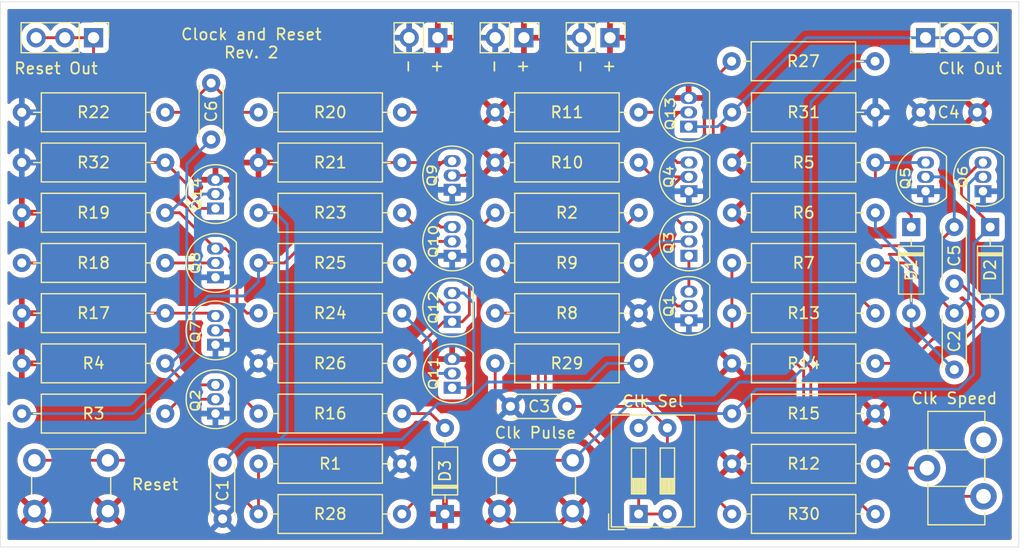
<source format=kicad_pcb>
(kicad_pcb (version 20221018) (generator pcbnew)
  (layers (0 "F.Cu" signal) (31 "B.Cu" signal) (34 "B.Paste" user) (35 "F.Paste" user) (36 "B.SilkS" user "B.Silkscreen") (37 "F.SilkS" user "F.Silkscreen") (38 "B.Mask" user) (39 "F.Mask" user) (44 "Edge.Cuts" user))
  (net 0 "")
  (net 1 "Net-(Q6-B)")
  (net 2 "Net-(D1-A)")
  (net 3 "VCC")
  (net 4 "Net-(C3-Pad2)")
  (net 5 "GND")
  (net 6 "Net-(D2-A)")
  (net 7 "Net-(Q5-B)")
  (net 8 "Net-(Q8-C)")
  (net 9 "Net-(D1-K)")
  (net 10 "Net-(R9-Pad2)")
  (net 11 "/Reset Pulse Generator/RST_REQ")
  (net 12 "Net-(D3-A)")
  (net 13 "Net-(J4-Pin_1)")
  (net 14 "Net-(C6-Pad2)")
  (net 15 "Net-(J5-Pin_1)")
  (net 16 "/Astable Multivibrator/Clk")
  (net 17 "Net-(Q1-B)")
  (net 18 "Net-(Q1-C)")
  (net 19 "Net-(Q2-B)")
  (net 20 "Net-(Q14-B)")
  (net 21 "Net-(Q3-B)")
  (net 22 "Net-(Q3-C)")
  (net 23 "Net-(Q13-B)")
  (net 24 "Net-(Q7-B)")
  (net 25 "Net-(Q7-C)")
  (net 26 "/Reset Pulse Generator/~{RST}")
  (net 27 "Net-(Q8-B)")
  (net 28 "Net-(Q9-B)")
  (net 29 "Net-(Q10-B)")
  (net 30 "/Reset Pulse Generator/CLK_EN")
  (net 31 "Net-(Q11-E)")
  (net 32 "Net-(R13-Pad1)")
  (net 33 "Net-(R12-Pad2)")
  (net 34 "Net-(Q11-B)")
  (net 35 "Net-(Q12-B)")
  (net 36 "Net-(SW3-A)")
  (net 37 "Net-(SW2-A)")
  (net 38 "Net-(R27-Pad1)")
  (net 39 "Net-(R28-Pad1)")
  (footprint "Connector_PinHeader_2.54mm:PinHeader_1x02_P2.54mm_Vertical" (layer "F.Cu") (at 86.36 83.82 -90)
    (fp_text reference "J1" hide)
    (fp_text value "Power")
  )
  (footprint "Package_TO_SOT_THT:TO-92_Inline" (layer "F.Cu") (at 93.345 103.124 90)
    (fp_text reference "Q3")
    (fp_text value "2N2222")
  )
  (footprint "Package_TO_SOT_THT:TO-92_Inline" (layer "F.Cu") (at 93.345 97.409 90)
    (fp_text reference "Q4")
    (fp_text value "2N2222")
  )
  (footprint "Resistor_THT:R_Axial_DIN0309_L9.0mm_D3.2mm_P12.70mm_Horizontal" (layer "F.Cu") (at 76.2 94.869)
    (fp_text reference "R10")
    (fp_text value "1K")
  )
  (footprint "Resistor_THT:R_Axial_DIN0309_L9.0mm_D3.2mm_P12.70mm_Horizontal" (layer "F.Cu") (at 76.2 90.424)
    (fp_text reference "R11")
    (fp_text value "1K")
  )
  (footprint "Resistor_THT:R_Axial_DIN0309_L9.0mm_D3.2mm_P12.70mm_Horizontal" (layer "F.Cu") (at 88.9 108.204 180)
    (fp_text reference "R8")
    (fp_text value "1K")
  )
  (footprint "Connector_PinHeader_2.54mm:PinHeader_1x02_P2.54mm_Vertical" (layer "F.Cu") (at 78.74 83.82 -90)
    (fp_text reference "J2" hide)
    (fp_text value "Power")
  )
  (footprint "Capacitor_THT:C_Disc_D4.3mm_W1.9mm_P5.00mm" (layer "F.Cu") (at 118.872 90.424 180)
    (fp_text reference "C4")
    (fp_text value "0.1uF")
  )
  (footprint "Capacitor_THT:C_Disc_D4.3mm_W1.9mm_P5.00mm" (layer "F.Cu") (at 77.55 116.459)
    (fp_text reference "C3")
    (fp_text value "0.1uF")
  )
  (footprint "Capacitor_THT:C_Disc_D4.3mm_W1.9mm_P5.00mm" (layer "F.Cu") (at 116.84 108.204 -90)
    (fp_text reference "C2")
    (fp_text value "47nF")
  )
  (footprint "Capacitor_THT:C_Disc_D4.3mm_W1.9mm_P5.00mm" (layer "F.Cu") (at 116.84 105.584 90)
    (fp_text reference "C5")
    (fp_text value "47nF")
  )
  (footprint "Capacitor_THT:C_Disc_D4.3mm_W1.9mm_P5.00mm" (layer "F.Cu") (at 51.054 92.837 90)
    (fp_text reference "C6")
    (fp_text value "10uF")
  )
  (footprint "Diode_THT:D_DO-35_SOD27_P7.62mm_Horizontal" (layer "F.Cu") (at 113.03 100.584 -90)
    (fp_text reference "D1")
    (fp_text value "1N4148")
  )
  (footprint "Diode_THT:D_DO-35_SOD27_P7.62mm_Horizontal" (layer "F.Cu") (at 120.015 100.584 -90)
    (fp_text reference "D2")
    (fp_text value "1N4148")
  )
  (footprint "Package_TO_SOT_THT:TO-92_Inline" (layer "F.Cu") (at 93.345 108.839 90)
    (fp_text reference "Q1")
    (fp_text value "2N2222")
  )
  (footprint "Package_TO_SOT_THT:TO-92_Inline" (layer "F.Cu") (at 114.3 97.409 90)
    (fp_text reference "Q5")
    (fp_text value "2N3904")
  )
  (footprint "Package_TO_SOT_THT:TO-92_Inline" (layer "F.Cu") (at 119.38 97.409 90)
    (fp_text reference "Q6")
    (fp_text value "2N3904")
  )
  (footprint "Package_TO_SOT_THT:TO-92_Inline" (layer "F.Cu") (at 51.435 110.998 90)
    (fp_text reference "Q7")
    (fp_text value "2N2222")
  )
  (footprint "Package_TO_SOT_THT:TO-92_Inline" (layer "F.Cu") (at 51.435 105.029 90)
    (fp_text reference "Q8")
    (fp_text value "2N2222")
  )
  (footprint "Package_TO_SOT_THT:TO-92_Inline" (layer "F.Cu") (at 72.39 97.282 90)
    (fp_text reference "Q9")
    (fp_text value "2N2222")
  )
  (footprint "Package_TO_SOT_THT:TO-92_Inline" (layer "F.Cu") (at 72.39 103.124 90)
    (fp_text reference "Q10")
    (fp_text value "2N2222")
  )
  (footprint "Package_TO_SOT_THT:TO-92_Inline" (layer "F.Cu") (at 72.39 108.966 90)
    (fp_text reference "Q12")
    (fp_text value "2N2222")
  )
  (footprint "Resistor_THT:R_Axial_DIN0309_L9.0mm_D3.2mm_P12.70mm_Horizontal" (layer "F.Cu") (at 67.945 121.539 180)
    (fp_text reference "R1")
    (fp_text value "1K")
  )
  (footprint "Resistor_THT:R_Axial_DIN0309_L9.0mm_D3.2mm_P12.70mm_Horizontal" (layer "F.Cu") (at 88.9 99.314 180)
    (fp_text reference "R2")
    (fp_text value "10K")
  )
  (footprint "Resistor_THT:R_Axial_DIN0309_L9.0mm_D3.2mm_P12.70mm_Horizontal" (layer "F.Cu") (at 46.99 117.094 180)
    (fp_text reference "R3")
    (fp_text value "10K")
  )
  (footprint "Resistor_THT:R_Axial_DIN0309_L9.0mm_D3.2mm_P12.70mm_Horizontal" (layer "F.Cu") (at 97.155 94.869)
    (fp_text reference "R5")
    (fp_text value "1K")
  )
  (footprint "Resistor_THT:R_Axial_DIN0309_L9.0mm_D3.2mm_P12.70mm_Horizontal" (layer "F.Cu") (at 97.155 99.314)
    (fp_text reference "R6")
    (fp_text value "1K")
  )
  (footprint "Resistor_THT:R_Axial_DIN0309_L9.0mm_D3.2mm_P12.70mm_Horizontal" (layer "F.Cu") (at 97.155 121.539)
    (fp_text reference "R12")
    (fp_text value "100")
  )
  (footprint "Resistor_THT:R_Axial_DIN0309_L9.0mm_D3.2mm_P12.70mm_Horizontal" (layer "F.Cu") (at 97.155 108.204)
    (fp_text reference "R13")
    (fp_text value "1.8K")
  )
  (footprint "Resistor_THT:R_Axial_DIN0309_L9.0mm_D3.2mm_P12.70mm_Horizontal" (layer "F.Cu") (at 97.155 112.649)
    (fp_text reference "R14")
    (fp_text value "1K")
  )
  (footprint "Resistor_THT:R_Axial_DIN0309_L9.0mm_D3.2mm_P12.70mm_Horizontal" (layer "F.Cu") (at 109.855 117.094 180)
    (fp_text reference "R15")
    (fp_text value "1K")
  )
  (footprint "Resistor_THT:R_Axial_DIN0309_L9.0mm_D3.2mm_P12.70mm_Horizontal" (layer "F.Cu") (at 67.945 117.094 180)
    (fp_text reference "R16")
    (fp_text value "10K")
  )
  (footprint "Resistor_THT:R_Axial_DIN0309_L9.0mm_D3.2mm_P12.70mm_Horizontal" (layer "F.Cu") (at 46.99 108.204 180)
    (fp_text reference "R17")
    (fp_text value "1K")
  )
  (footprint "Resistor_THT:R_Axial_DIN0309_L9.0mm_D3.2mm_P12.70mm_Horizontal" (layer "F.Cu") (at 34.29 103.759)
    (fp_text reference "R18")
    (fp_text value "10K")
  )
  (footprint "Resistor_THT:R_Axial_DIN0309_L9.0mm_D3.2mm_P12.70mm_Horizontal" (layer "F.Cu") (at 46.99 99.314 180)
    (fp_text reference "R19")
    (fp_text value "1K")
  )
  (footprint "Resistor_THT:R_Axial_DIN0309_L9.0mm_D3.2mm_P12.70mm_Horizontal" (layer "F.Cu") (at 67.945 94.869 180)
    (fp_text reference "R21")
    (fp_text value "1K")
  )
  (footprint "Resistor_THT:R_Axial_DIN0309_L9.0mm_D3.2mm_P12.70mm_Horizontal" (layer "F.Cu") (at 46.99 90.424 180)
    (fp_text reference "R22")
    (fp_text value "10K")
  )
  (footprint "Resistor_THT:R_Axial_DIN0309_L9.0mm_D3.2mm_P12.70mm_Horizontal" (layer "F.Cu") (at 67.945 99.314 180)
    (fp_text reference "R23")
    (fp_text value "10K")
  )
  (footprint "Resistor_THT:R_Axial_DIN0309_L9.0mm_D3.2mm_P12.70mm_Horizontal" (layer "F.Cu") (at 55.245 108.204)
    (fp_text reference "R24")
    (fp_text value "10K")
  )
  (footprint "Resistor_THT:R_Axial_DIN0309_L9.0mm_D3.2mm_P12.70mm_Horizontal" (layer "F.Cu") (at 67.945 103.759 180)
    (fp_text reference "R25")
    (fp_text value "10K")
  )
  (footprint "Resistor_THT:R_Axial_DIN0309_L9.0mm_D3.2mm_P12.70mm_Horizontal" (layer "F.Cu") (at 55.245 112.649)
    (fp_text reference "R26")
    (fp_text value "1K")
  )
  (footprint "Capacitor_THT:C_Disc_D4.3mm_W1.9mm_P5.00mm" (layer "F.Cu") (at 52.07 121.412 -90)
    (fp_text reference "C1")
    (fp_text value "0.1uF")
  )
  (footprint "Resistor_THT:R_Axial_DIN0309_L9.0mm_D3.2mm_P12.70mm_Horizontal" (layer "F.Cu") (at 88.9 103.759 180)
    (fp_text reference "R9")
    (fp_text value "1K")
  )
  (footprint "Resistor_THT:R_Axial_DIN0309_L9.0mm_D3.2mm_P12.70mm_Horizontal" (layer "F.Cu") (at 46.99 112.649 180)
    (fp_text reference "R4")
    (fp_text value "1K")
  )
  (footprint "Diode_THT:D_DO-35_SOD27_P7.62mm_Horizontal" (layer "F.Cu") (at 71.755 125.984 90)
    (fp_text reference "D3")
    (fp_text value "4.7V")
  )
  (footprint "Resistor_THT:R_Axial_DIN0309_L9.0mm_D3.2mm_P12.70mm_Horizontal" (layer "F.Cu") (at 55.245 90.424)
    (fp_text reference "R20")
    (fp_text value "10K")
  )
  (footprint "Package_TO_SOT_THT:TO-92_Inline" (layer "F.Cu") (at 51.435 117.094 90)
    (fp_text reference "Q2")
    (fp_text value "2N2222")
  )
  (footprint "Package_TO_SOT_THT:TO-92_Inline" (layer "F.Cu") (at 72.39 114.808 90)
    (fp_text reference "Q11")
    (fp_text value "2N2222")
  )
  (footprint "Resistor_THT:R_Axial_DIN0309_L9.0mm_D3.2mm_P12.70mm_Horizontal" (layer "F.Cu") (at 97.155 103.759)
    (fp_text reference "R7")
    (fp_text value "1.8K")
  )
  (footprint "Connector_PinHeader_2.54mm:PinHeader_1x02_P2.54mm_Vertical" (layer "F.Cu") (at 71.12 83.82 -90)
    (fp_text reference "J3" hide)
    (fp_text value "Power")
  )
  (footprint "Resistor_THT:R_Axial_DIN0309_L9.0mm_D3.2mm_P12.70mm_Horizontal" (layer "F.Cu") (at 67.945 125.984 180)
    (fp_text reference "R28")
    (fp_text value "10K")
  )
  (footprint "Resistor_THT:R_Axial_DIN0309_L9.0mm_D3.2mm_P12.70mm_Horizontal" (layer "F.Cu") (at 97.155 90.424)
    (fp_text reference "R31")
    (fp_text value "1K")
  )
  (footprint "Package_TO_SOT_THT:TO-92_Inline" (layer "F.Cu") (at 93.324 91.694 90)
    (fp_text reference "Q13")
    (fp_text value "2N2222")
  )
  (footprint "Resistor_THT:R_Axial_DIN0309_L9.0mm_D3.2mm_P12.70mm_Horizontal" (layer "F.Cu") (at 97.1296 85.9028)
    (fp_text reference "R27")
    (fp_text value "10K")
  )
  (footprint "Resistor_THT:R_Axial_DIN0309_L9.0mm_D3.2mm_P12.70mm_Horizontal" (layer "F.Cu") (at 97.155 125.984)
    (fp_text reference "R30")
    (fp_text value "10K")
  )
  (footprint "Button_Switch_THT:SW_DIP_SPSTx02_Slide_9.78x7.26mm_W7.62mm_P2.54mm" (layer "F.Cu") (at 88.9 125.984 90)
    (fp_text reference "SW1" hide)
    (fp_text value "Clock Sel")
  )
  (footprint "Resistor_THT:R_Axial_DIN0309_L9.0mm_D3.2mm_P12.70mm_Horizontal" (layer "F.Cu") (at 46.99 94.869 180)
    (fp_text reference "R32")
    (fp_text value "1K")
  )
  (footprint "Connector_PinHeader_2.54mm:PinHeader_1x03_P2.54mm_Vertical" (layer "F.Cu") (at 40.64 83.82 -90)
    (fp_text reference "J5" hide)
    (fp_text value "RST OUT")
  )
  (footprint "Connector_PinHeader_2.54mm:PinHeader_1x03_P2.54mm_Vertical" (layer "F.Cu") (at 114.3 83.82 90)
    (fp_text reference "J4" hide)
    (fp_text value "CLK OUT")
  )
  (footprint "Button_Switch_THT:SW_PUSH_6mm_H5mm" (layer "F.Cu") (at 35.41 121.23)
    (fp_text reference "SW3" hide)
    (fp_text value "Reset")
  )
  (footprint "Resistor_THT:R_Axial_DIN0309_L9.0mm_D3.2mm_P12.70mm_Horizontal" (layer "F.Cu") (at 88.9 112.649 180)
    (fp_text reference "R29")
    (fp_text value "10K")
  )
  (footprint "Package_TO_SOT_THT:TO-92_Inline" (layer "F.Cu") (at 51.435 98.933 90)
    (fp_text reference "Q14")
    (fp_text value "2N2222")
  )
  (footprint "Button_Switch_THT:SW_PUSH_6mm_H5mm" (layer "F.Cu") (at 76.558 121.23)
    (fp_text reference "SW2" hide)
    (fp_text value "Pulse")
  )
  (footprint "Potentiometer_THT:Potentiometer_ACP_CA9-H5_Horizontal" (layer "F.Cu") (at 119.427 124.42 180)
    (fp_text reference "RV1" hide)
    (fp_text value "20K")
  )
  (gr_line (start 32.385 128.905) (end 122.555 128.905) (stroke (width 0.05)) (layer "Edge.Cuts"))
  (gr_line (start 122.555 128.905) (end 122.555 80.645) (stroke (width 0.05)) (layer "Edge.Cuts"))
  (gr_line (start 32.385 80.645) (end 32.385 128.905) (stroke (width 0.05)) (layer "Edge.Cuts"))
  (gr_line (start 122.555 80.645) (end 32.385 80.645) (stroke (width 0.05)) (layer "Edge.Cuts"))
  (gr_text "+" (at 78.74 86.36 270) (layer "F.SilkS") (effects (font (size 1 1))))
  (gr_text "+" (at 71.12 86.36 270) (layer "F.SilkS") (effects (font (size 1 1))))
  (gr_text "-" (at 76.2 86.36 270) (layer "F.SilkS") (effects (font (size 1 1))))
  (gr_text "-" (at 83.82 86.36 270) (layer "F.SilkS") (effects (font (size 1 1))))
  (gr_text "Reset" (at 43.942 123.952) (layer "F.SilkS") (effects (font (size 1 1)) (justify left bottom)))
  (gr_text "Clk Speed" (at 116.84 116.332) (layer "F.SilkS") (effects (font (size 1 1)) (justify bottom)))
  (gr_text "Clock and Reset\nRev. 2" (at 54.61 84.328) (layer "F.SilkS") (effects (font (size 1 1))))
  (gr_text "-" (at 68.58 86.36 270) (layer "F.SilkS") (effects (font (size 1 1))))
  (gr_text "Reset Out" (at 33.528 87.122) (layer "F.SilkS") (effects (font (size 1 1)) (justify left bottom)))
  (gr_text "+" (at 86.36 86.36 270) (layer "F.SilkS") (effects (font (size 1 1))))
  (gr_text "Clk Sel" (at 90.17 116.586) (layer "F.SilkS") (effects (font (size 1 1)) (justify bottom)))
  (gr_text "Clk Out" (at 121.158 87.122) (layer "F.SilkS") (effects (font (size 1 1)) (justify right bottom)))
  (gr_text "Clk Pulse" (at 79.756 119.38) (layer "F.SilkS") (effects (font (size 1 1)) (justify bottom)))
  (segment (start 109.855 103.759) (end 112.395 103.759) (width 0.25) (layer "F.Cu") (net 1))
  (segment (start 112.395 103.759) (end 116.84 108.204) (width 0.25) (layer "F.Cu") (net 1))
  (segment (start 118.11 106.934) (end 116.84 108.204) (width 0.25) (layer "B.Cu") (net 1))
  (segment (start 118.11 96.774) (end 118.11 106.934) (width 0.25) (layer "B.Cu") (net 1))
  (segment (start 118.745 96.139) (end 118.11 96.774) (width 0.25) (layer "B.Cu") (net 1))
  (segment (start 119.38 96.139) (end 118.745 96.139) (width 0.25) (layer "B.Cu") (net 1))
  (segment (start 113.03 108.204) (end 113.03 103.995) (width 0.25) (layer "B.Cu") (net 2))
  (segment (start 113.03 108.204) (end 113.03 109.394) (width 0.25) (layer "B.Cu") (net 2))
  (segment (start 113.03 109.394) (end 116.84 113.204) (width 0.25) (layer "B.Cu") (net 2))
  (segment (start 109.855 100.82) (end 109.855 99.314) (width 0.25) (layer "B.Cu") (net 2))
  (segment (start 113.03 103.995) (end 109.855 100.82) (width 0.25) (layer "B.Cu") (net 2))
  (segment (start 82.55 116.459) (end 89.535 116.459) (width 0.25) (layer "F.Cu") (net 4))
  (segment (start 91.44 120.269) (end 97.155 125.984) (width 0.25) (layer "F.Cu") (net 4))
  (segment (start 91.44 118.364) (end 91.44 120.269) (width 0.25) (layer "F.Cu") (net 4))
  (segment (start 89.535 116.459) (end 91.44 118.364) (width 0.25) (layer "F.Cu") (net 4))
  (segment (start 117.395 105.584) (end 116.84 105.584) (width 0.25) (layer "F.Cu") (net 6))
  (segment (start 120.015 108.204) (end 117.395 105.584) (width 0.25) (layer "F.Cu") (net 6))
  (segment (start 112.776 112.649) (end 114.935 110.49) (width 0.25) (layer "F.Cu") (net 6))
  (segment (start 109.855 112.649) (end 112.776 112.649) (width 0.25) (layer "F.Cu") (net 6))
  (segment (start 114.935 110.49) (end 117.729 110.49) (width 0.25) (layer "F.Cu") (net 6))
  (segment (start 117.729 110.49) (end 120.015 108.204) (width 0.25) (layer "F.Cu") (net 6))
  (segment (start 107.95 102.87) (end 107.95 106.299) (width 0.25) (layer "F.Cu") (net 7))
  (segment (start 107.95 106.299) (end 109.855 108.204) (width 0.25) (layer "F.Cu") (net 7))
  (segment (start 108.585 102.235) (end 107.95 102.87) (width 0.25) (layer "F.Cu") (net 7))
  (segment (start 116.84 100.584) (end 115.189 102.235) (width 0.25) (layer "F.Cu") (net 7))
  (segment (start 115.189 102.235) (end 108.585 102.235) (width 0.25) (layer "F.Cu") (net 7))
  (segment (start 116.84 97.155) (end 116.84 100.584) (width 0.25) (layer "B.Cu") (net 7))
  (segment (start 114.3 96.139) (end 115.824 96.139) (width 0.25) (layer "B.Cu") (net 7))
  (segment (start 115.824 96.139) (end 116.84 97.155) (width 0.25) (layer "B.Cu") (net 7))
  (segment (start 53.34 103.505) (end 53.34 107.315) (width 0.25) (layer "F.Cu") (net 8))
  (segment (start 53.34 107.315) (end 54.229 108.204) (width 0.25) (layer "F.Cu") (net 8))
  (segment (start 54.229 108.204) (end 55.245 108.204) (width 0.25) (layer "F.Cu") (net 8))
  (segment (start 46.99 99.314) (end 48.26 99.314) (width 0.25) (layer "F.Cu") (net 8))
  (segment (start 52.324 102.489) (end 53.34 103.505) (width 0.25) (layer "F.Cu") (net 8))
  (segment (start 51.435 102.489) (end 52.324 102.489) (width 0.25) (layer "F.Cu") (net 8))
  (segment (start 48.26 99.314) (end 51.435 102.489) (width 0.25) (layer "F.Cu") (net 8))
  (segment (start 47.371 99.314) (end 48.895 97.79) (width 0.25) (layer "B.Cu") (net 8))
  (segment (start 48.895 94.996) (end 51.054 92.837) (width 0.25) (layer "B.Cu") (net 8))
  (segment (start 46.99 99.314) (end 47.371 99.314) (width 0.25) (layer "B.Cu") (net 8))
  (segment (start 48.895 97.79) (end 48.895 94.996) (width 0.25) (layer "B.Cu") (net 8))
  (segment (start 113.03 99.568) (end 113.03 100.584) (width 0.25) (layer "F.Cu") (net 9))
  (segment (start 109.855 94.869) (end 109.855 96.393) (width 0.25) (layer "F.Cu") (net 9))
  (segment (start 109.855 96.393) (end 113.03 99.568) (width 0.25) (layer "F.Cu") (net 9))
  (segment (start 109.855 94.869) (end 114.3 94.869) (width 0.25) (layer "B.Cu") (net 9))
  (segment (start 91.44 125.984) (end 88.9 125.984) (width 0.25) (layer "F.Cu") (net 10))
  (segment (start 80.645 108.204) (end 80.645 117.475) (width 0.25) (layer "F.Cu") (net 10))
  (segment (start 81.915 118.745) (end 84.455 118.745) (width 0.25) (layer "F.Cu") (net 10))
  (segment (start 80.645 117.475) (end 81.915 118.745) (width 0.25) (layer "F.Cu") (net 10))
  (segment (start 88.9 123.19) (end 88.9 125.984) (width 0.25) (layer "F.Cu") (net 10))
  (segment (start 76.2 103.759) (end 80.645 108.204) (width 0.25) (layer "F.Cu") (net 10))
  (segment (start 84.455 118.745) (end 88.9 123.19) (width 0.25) (layer "F.Cu") (net 10))
  (segment (start 75.565 114.3) (end 84.455 114.3) (width 0.25) (layer "B.Cu") (net 11))
  (segment (start 86.106 112.649) (end 88.9 112.649) (width 0.25) (layer "B.Cu") (net 11))
  (segment (start 71.12 116.205) (end 73.66 116.205) (width 0.25) (layer "B.Cu") (net 11))
  (segment (start 56.769 99.314) (end 55.245 99.314) (width 0.25) (layer "B.Cu") (net 11))
  (segment (start 52.07 121.412) (end 54.102 119.38) (width 0.25) (layer "B.Cu") (net 11))
  (segment (start 57.785 118.745) (end 57.785 100.33) (width 0.25) (layer "B.Cu") (net 11))
  (segment (start 57.15 119.38) (end 57.785 118.745) (width 0.25) (layer "B.Cu") (net 11))
  (segment (start 67.945 119.38) (end 71.12 116.205) (width 0.25) (layer "B.Cu") (net 11))
  (segment (start 84.455 114.3) (end 86.106 112.649) (width 0.25) (layer "B.Cu") (net 11))
  (segment (start 57.15 119.38) (end 67.945 119.38) (width 0.25) (layer "B.Cu") (net 11))
  (segment (start 57.785 100.33) (end 56.769 99.314) (width 0.25) (layer "B.Cu") (net 11))
  (segment (start 54.102 119.38) (end 57.15 119.38) (width 0.25) (layer "B.Cu") (net 11))
  (segment (start 73.66 116.205) (end 75.565 114.3) (width 0.25) (layer "B.Cu") (net 11))
  (segment (start 70.485 117.094) (end 71.755 118.364) (width 0.25) (layer "F.Cu") (net 12))
  (segment (start 67.945 117.094) (end 70.485 117.094) (width 0.25) (layer "F.Cu") (net 12))
  (segment (start 116.84 83.82) (end 119.38 83.82) (width 0.25) (layer "B.Cu") (net 13))
  (segment (start 97.155 90.424) (end 95.885 91.694) (width 0.25) (layer "B.Cu") (net 13))
  (segment (start 97.155 90.424) (end 103.759 83.82) (width 0.25) (layer "B.Cu") (net 13))
  (segment (start 114.3 83.82) (end 116.84 83.82) (width 0.25) (layer "B.Cu") (net 13))
  (segment (start 95.885 91.694) (end 93.324 91.694) (width 0.25) (layer "B.Cu") (net 13))
  (segment (start 103.759 83.82) (end 114.3 83.82) (width 0.25) (layer "B.Cu") (net 13))
  (segment (start 48.467 90.424) (end 51.054 87.837) (width 0.25) (layer "F.Cu") (net 14))
  (segment (start 53.641 90.424) (end 51.054 87.837) (width 0.25) (layer "F.Cu") (net 14))
  (segment (start 46.99 90.424) (end 48.467 90.424) (width 0.25) (layer "F.Cu") (net 14))
  (segment (start 55.245 90.424) (end 53.641 90.424) (width 0.25) (layer "F.Cu") (net 14))
  (segment (start 40.64 90.805) (end 40.64 83.82) (width 0.25) (layer "F.Cu") (net 15))
  (segment (start 48.895 97.79) (end 50.038 98.933) (width 0.25) (layer "F.Cu") (net 15))
  (segment (start 46.99 94.869) (end 48.895 96.774) (width 0.25) (layer "F.Cu") (net 15))
  (segment (start 38.1 83.82) (end 35.56 83.82) (width 0.25) (layer "F.Cu") (net 15))
  (segment (start 44.704 94.869) (end 40.64 90.805) (width 0.25) (layer "F.Cu") (net 15))
  (segment (start 50.038 98.933) (end 51.435 98.933) (width 0.25) (layer "F.Cu") (net 15))
  (segment (start 40.64 83.82) (end 38.1 83.82) (width 0.25) (layer "F.Cu") (net 15))
  (segment (start 48.895 96.774) (end 48.895 97.79) (width 0.25) (layer "F.Cu") (net 15))
  (segment (start 46.99 94.869) (end 44.704 94.869) (width 0.25) (layer "F.Cu") (net 15))
  (segment (start 120.015 100.584) (end 120.015 100.33) (width 0.25) (layer "F.Cu") (net 16))
  (segment (start 117.475 96.549) (end 119.155 94.869) (width 0.25) (layer "F.Cu") (net 16))
  (segment (start 119.155 94.869) (end 119.38 94.869) (width 0.25) (layer "F.Cu") (net 16))
  (segment (start 120.015 100.33) (end 117.475 97.79) (width 0.25) (layer "F.Cu") (net 16))
  (segment (start 117.475 97.79) (end 117.475 96.549) (width 0.25) (layer "F.Cu") (net 16))
  (segment (start 118.56 113.596) (end 117.221 114.935) (width 0.25) (layer "B.Cu") (net 16))
  (segment (start 117.221 114.935) (end 99.314 114.935) (width 0.25) (layer "B.Cu") (net 16))
  (segment (start 118.56 102.039) (end 118.56 113.596) (width 0.25) (layer "B.Cu") (net 16))
  (segment (start 120.015 100.584) (end 118.56 102.039) (width 0.25) (layer "B.Cu") (net 16))
  (segment (start 99.314 114.935) (end 97.155 117.094) (width 0.25) (layer "B.Cu") (net 16))
  (segment (start 90.17 117.094) (end 97.155 117.094) (width 0.25) (layer "B.Cu") (net 16))
  (segment (start 88.9 118.364) (end 90.17 117.094) (width 0.25) (layer "B.Cu") (net 16))
  (segment (start 88.9 99.314) (end 86.995 101.219) (width 0.25) (layer "F.Cu") (net 17))
  (segment (start 92.329 107.569) (end 93.345 107.569) (width 0.25) (layer "F.Cu") (net 17))
  (segment (start 90.805 106.045) (end 92.329 107.569) (width 0.25) (layer "F.Cu") (net 17))
  (segment (start 86.995 105.41) (end 87.63 106.045) (width 0.25) (layer "F.Cu") (net 17))
  (segment (start 86.995 101.219) (end 86.995 105.41) (width 0.25) (layer "F.Cu") (net 17))
  (segment (start 87.63 106.045) (end 90.805 106.045) (width 0.25) (layer "F.Cu") (net 17))
  (segment (start 93.345 103.124) (end 93.345 106.299) (width 0.25) (layer "F.Cu") (net 18))
  (segment (start 46.99 117.094) (end 48.26 115.824) (width 0.25) (layer "F.Cu") (net 19))
  (segment (start 48.26 115.824) (end 51.435 115.824) (width 0.25) (layer "F.Cu") (net 19))
  (segment (start 48.895 114.554) (end 51.435 114.554) (width 0.25) (layer "F.Cu") (net 20))
  (segment (start 46.99 112.649) (end 48.895 114.554) (width 0.25) (layer "F.Cu") (net 20))
  (segment (start 47.498 112.649) (end 48.895 111.252) (width 0.25) (layer "B.Cu") (net 20))
  (segment (start 48.895 111.252) (end 48.895 99.06) (width 0.25) (layer "B.Cu") (net 20))
  (segment (start 50.292 97.663) (end 51.435 97.663) (width 0.25) (layer "B.Cu") (net 20))
  (segment (start 46.99 112.649) (end 47.498 112.649) (width 0.25) (layer "B.Cu") (net 20))
  (segment (start 48.895 99.06) (end 50.292 97.663) (width 0.25) (layer "B.Cu") (net 20))
  (segment (start 88.9 103.759) (end 90.805 101.854) (width 0.25) (layer "B.Cu") (net 21))
  (segment (start 90.805 101.854) (end 93.345 101.854) (width 0.25) (layer "B.Cu") (net 21))
  (segment (start 93.345 100.584) (end 92.964 100.584) (width 0.25) (layer "F.Cu") (net 22))
  (segment (start 91.44 99.06) (end 91.44 97.389) (width 0.25) (layer "F.Cu") (net 22))
  (segment (start 92.69 96.139) (end 93.345 96.139) (width 0.25) (layer "F.Cu") (net 22))
  (segment (start 91.44 97.389) (end 92.69 96.139) (width 0.25) (layer "F.Cu") (net 22))
  (segment (start 88.9 94.869) (end 90.17 96.139) (width 0.25) (layer "F.Cu") (net 22))
  (segment (start 90.17 96.139) (end 93.345 96.139) (width 0.25) (layer "F.Cu") (net 22))
  (segment (start 92.964 100.584) (end 91.44 99.06) (width 0.25) (layer "F.Cu") (net 22))
  (segment (start 91.44 93.98) (end 92.329 94.869) (width 0.25) (layer "F.Cu") (net 23))
  (segment (start 93.324 90.424) (end 92.456 90.424) (width 0.25) (layer "F.Cu") (net 23))
  (segment (start 92.456 90.424) (end 91.44 91.44) (width 0.25) (layer "F.Cu") (net 23))
  (segment (start 91.44 91.44) (end 91.44 93.98) (width 0.25) (layer "F.Cu") (net 23))
  (segment (start 88.9 90.424) (end 93.324 90.424) (width 0.25) (layer "F.Cu") (net 23))
  (segment (start 92.329 94.869) (end 93.345 94.869) (width 0.25) (layer "F.Cu") (net 23))
  (segment (start 53.34 115.189) (end 55.245 117.094) (width 0.25) (layer "F.Cu") (net 24))
  (segment (start 51.435 109.728) (end 52.578 109.728) (width 0.25) (layer "F.Cu") (net 24))
  (segment (start 52.578 109.728) (end 53.34 110.49) (width 0.25) (layer "F.Cu") (net 24))
  (segment (start 53.34 110.49) (end 53.34 115.189) (width 0.25) (layer "F.Cu") (net 24))
  (segment (start 51.181 108.204) (end 51.435 108.458) (width 0.25) (layer "F.Cu") (net 25))
  (segment (start 37.719 103.759) (end 42.164 108.204) (width 0.25) (layer "F.Cu") (net 25))
  (segment (start 46.99 108.204) (end 51.181 108.204) (width 0.25) (layer "F.Cu") (net 25))
  (segment (start 34.29 103.759) (end 37.719 103.759) (width 0.25) (layer "F.Cu") (net 25))
  (segment (start 42.164 108.204) (end 46.99 108.204) (width 0.25) (layer "F.Cu") (net 25))
  (segment (start 72.263 94.869) (end 72.39 94.742) (width 0.25) (layer "F.Cu") (net 26))
  (segment (start 70.485 95.885) (end 70.485 99.695) (width 0.25) (layer "F.Cu") (net 26))
  (segment (start 67.945 94.869) (end 66.421 94.869) (width 0.25) (layer "F.Cu") (net 26))
  (segment (start 57.531 103.759) (end 55.245 103.759) (width 0.25) (layer "F.Cu") (net 26))
  (segment (start 71.374 100.584) (end 72.39 100.584) (width 0.25) (layer "F.Cu") (net 26))
  (segment (start 72.39 94.742) (end 71.628 94.742) (width 0.25) (layer "F.Cu") (net 26))
  (segment (start 66.421 94.869) (end 57.531 103.759) (width 0.25) (layer "F.Cu") (net 26))
  (segment (start 67.945 94.869) (end 72.263 94.869) (width 0.25) (layer "F.Cu") (net 26))
  (segment (start 70.485 99.695) (end 71.374 100.584) (width 0.25) (layer "F.Cu") (net 26))
  (segment (start 71.628 94.742) (end 70.485 95.885) (width 0.25) (layer "F.Cu") (net 26))
  (segment (start 34.29 117.094) (end 44.135991 117.094) (width 0.25) (layer "B.Cu") (net 26))
  (segment (start 53.975 106.68) (end 55.245 105.41) (width 0.25) (layer "B.Cu") (net 26))
  (segment (start 55.245 105.41) (end 55.245 103.759) (width 0.25) (layer "B.Cu") (net 26))
  (segment (start 44.135991 117.094) (end 49.53 111.699991) (width 0.25) (layer "B.Cu") (net 26))
  (segment (start 50.8 106.68) (end 53.975 106.68) (width 0.25) (layer "B.Cu") (net 26))
  (segment (start 49.53 111.699991) (end 49.53 107.95) (width 0.25) (layer "B.Cu") (net 26))
  (segment (start 49.53 107.95) (end 50.8 106.68) (width 0.25) (layer "B.Cu") (net 26))
  (segment (start 46.99 103.759) (end 51.435 103.759) (width 0.25) (layer "F.Cu") (net 27))
  (segment (start 73.533 96.012) (end 74.295 95.25) (width 0.25) (layer "F.Cu") (net 28))
  (segment (start 74.295 91.44) (end 73.279 90.424) (width 0.25) (layer "F.Cu") (net 28))
  (segment (start 72.39 96.012) (end 73.533 96.012) (width 0.25) (layer "F.Cu") (net 28))
  (segment (start 74.295 95.25) (end 74.295 91.44) (width 0.25) (layer "F.Cu") (net 28))
  (segment (start 73.279 90.424) (end 67.945 90.424) (width 0.25) (layer "F.Cu") (net 28))
  (segment (start 67.945 99.314) (end 70.485 101.854) (width 0.25) (layer "F.Cu") (net 29))
  (segment (start 70.485 101.854) (end 72.39 101.854) (width 0.25) (layer "F.Cu") (net 29))
  (segment (start 67.945 112.649) (end 71.628 108.966) (width 0.25) (layer "F.Cu") (net 30))
  (segment (start 73.914 101.6) (end 76.2 99.314) (width 0.25) (layer "F.Cu") (net 30))
  (segment (start 72.39 108.966) (end 73.279 108.966) (width 0.25) (layer "F.Cu") (net 30))
  (segment (start 71.628 108.966) (end 72.39 108.966) (width 0.25) (layer "F.Cu") (net 30))
  (segment (start 73.914 108.331) (end 73.914 101.6) (width 0.25) (layer "F.Cu") (net 30))
  (segment (start 73.279 108.966) (end 73.914 108.331) (width 0.25) (layer "F.Cu") (net 30))
  (segment (start 72.39 114.808) (end 72.39 114.935) (width 0.25) (layer "F.Cu") (net 31))
  (segment (start 74.295 114.3) (end 74.295 107.315) (width 0.25) (layer "B.Cu") (net 31))
  (segment (start 74.295 107.315) (end 73.406 106.426) (width 0.25) (layer "B.Cu") (net 31))
  (segment (start 73.406 106.426) (end 72.39 106.426) (width 0.25) (layer "B.Cu") (net 31))
  (segment (start 73.787 114.808) (end 74.295 114.3) (width 0.25) (layer "B.Cu") (net 31))
  (segment (start 72.39 114.808) (end 73.787 114.808) (width 0.25) (layer "B.Cu") (net 31))
  (segment (start 104.14 113.03) (end 104.14 117.475) (width 0.25) (layer "F.Cu") (net 32))
  (segment (start 97.155 110.109) (end 97.536 110.49) (width 0.25) (layer "F.Cu") (net 32))
  (segment (start 110.236 119.38) (end 112.776 121.92) (width 0.25) (layer "F.Cu") (net 32))
  (segment (start 97.155 103.759) (end 97.155 108.204) (width 0.25) (layer "F.Cu") (net 32))
  (segment (start 97.155 108.204) (end 97.155 110.109) (width 0.25) (layer "F.Cu") (net 32))
  (segment (start 97.536 110.49) (end 101.6 110.49) (width 0.25) (layer "F.Cu") (net 32))
  (segment (start 112.776 121.92) (end 114.427 121.92) (width 0.25) (layer "F.Cu") (net 32))
  (segment (start 104.14 117.475) (end 106.045 119.38) (width 0.25) (layer "F.Cu") (net 32))
  (segment (start 106.045 119.38) (end 110.236 119.38) (width 0.25) (layer "F.Cu") (net 32))
  (segment (start 101.6 110.49) (end 104.14 113.03) (width 0.25) (layer "F.Cu") (net 32))
  (segment (start 110.998 121.539) (end 113.879 124.42) (width 0.25) (layer "F.Cu") (net 33))
  (segment (start 109.855 121.539) (end 110.998 121.539) (width 0.25) (layer "F.Cu") (net 33))
  (segment (start 113.879 124.42) (end 119.427 124.42) (width 0.25) (layer "F.Cu") (net 33))
  (segment (start 70.993 113.538) (end 72.39 113.538) (width 0.25) (layer "B.Cu") (net 34))
  (segment (start 67.945 108.204) (end 70.485 110.744) (width 0.25) (layer "B.Cu") (net 34))
  (segment (start 70.485 110.744) (end 70.485 113.03) (width 0.25) (layer "B.Cu") (net 34))
  (segment (start 70.485 113.03) (end 70.993 113.538) (width 0.25) (layer "B.Cu") (net 34))
  (segment (start 71.882 107.696) (end 72.39 107.696) (width 0.25) (layer "F.Cu") (net 35))
  (segment (start 67.945 103.759) (end 71.882 107.696) (width 0.25) (layer "F.Cu") (net 35))
  (segment (start 46.3 121.23) (end 48.895 123.825) (width 0.25) (layer "F.Cu") (net 36))
  (segment (start 55.245 125.984) (end 55.245 121.539) (width 0.25) (layer "F.Cu") (net 36))
  (segment (start 53.086 123.825) (end 55.245 125.984) (width 0.25) (layer "F.Cu") (net 36))
  (segment (start 48.895 123.825) (end 53.086 123.825) (width 0.25) (layer "F.Cu") (net 36))
  (segment (start 35.41 121.23) (end 41.91 121.23) (width 0.25) (layer "F.Cu") (net 36))
  (segment (start 41.91 121.23) (end 46.3 121.23) (width 0.25) (layer "F.Cu") (net 36))
  (segment (start 80.01 117.778) (end 76.558 121.23) (width 0.25) (layer "F.Cu") (net 37))
  (segment (start 78.359 108.204) (end 80.01 109.855) (width 0.25) (layer "F.Cu") (net 37))
  (segment (start 83.058 121.23) (end 76.558 121.23) (width 0.25) (layer "F.Cu") (net 37))
  (segment (start 80.01 109.855) (end 80.01 117.778) (width 0.25) (layer "F.Cu") (net 37))
  (segment (start 76.2 108.204) (end 78.359 108.204) (width 0.25) (layer "F.Cu") (net 37))
  (segment (start 95.885 116.205) (end 88.083 116.205) (width 0.25) (layer "B.Cu") (net 37))
  (segment (start 97.79 114.3) (end 95.885 116.205) (width 0.25) (layer "B.Cu") (net 37))
  (segment (start 104.14 89.535) (end 104.14 112.395) (width 0.25) (layer "B.Cu") (net 37))
  (segment (start 88.083 116.205) (end 83.058 121.23) (width 0.25) (layer "B.Cu") (net 37))
  (segment (start 109.8296 85.9028) (end 107.7722 85.9028) (width 0.25) (layer "B.Cu") (net 37))
  (segment (start 107.7722 85.9028) (end 104.14 89.535) (width 0.25) (layer "B.Cu") (net 37))
  (segment (start 104.14 112.395) (end 102.235 114.3) (width 0.25) (layer "B.Cu") (net 37))
  (segment (start 102.235 114.3) (end 97.79 114.3) (width 0.25) (layer "B.Cu") (net 37))
  (segment (start 103.505 120.015) (end 109.474 125.984) (width 0.25) (layer "F.Cu") (net 38))
  (segment (start 109.474 125.984) (end 109.855 125.984) (width 0.25) (layer "F.Cu") (net 38))
  (segment (start 97.409 111.125) (end 101.346 111.125) (width 0.25) (layer "F.Cu") (net 38))
  (segment (start 95.504 109.22) (end 97.409 111.125) (width 0.25) (layer "F.Cu") (net 38))
  (segment (start 101.346 111.125) (end 103.505 113.284) (width 0.25) (layer "F.Cu") (net 38))
  (segment (start 95.504 87.5284) (end 95.504 109.22) (width 0.25) (layer "F.Cu") (net 38))
  (segment (start 97.1296 85.9028) (end 95.504 87.5284) (width 0.25) (layer "F.Cu") (net 38))
  (segment (start 103.505 113.284) (end 103.505 120.015) (width 0.25) (layer "F.Cu") (net 38))
  (segment (start 76.2 112.649) (end 76.2 117.729) (width 0.25) (layer "F.Cu") (net 39))
  (segment (start 76.2 117.729) (end 67.945 125.984) (width 0.25) (layer "F.Cu") (net 39))
  (zone (net 3) (net_name "VCC") (layer "F.Cu") (connect_pads (clearance 0.508)) (min_thickness 0.254) (fill yes (thermal_gap 0.508) (thermal_bridge_width 0.508))
    (polygon (pts (xy 121.92 128.27) (xy 33.02 128.27) (xy 33.02 81.28) (xy 121.92 81.28)))
  )
  (zone (net 5) (net_name "GND") (layer "B.Cu") (connect_pads (clearance 0.508)) (min_thickness 0.254) (fill yes (thermal_gap 0.508) (thermal_bridge_width 0.508))
    (polygon (pts (xy 121.92 128.27) (xy 33.02 128.27) (xy 33.02 81.28) (xy 121.92 81.28)))
  )
)
</source>
